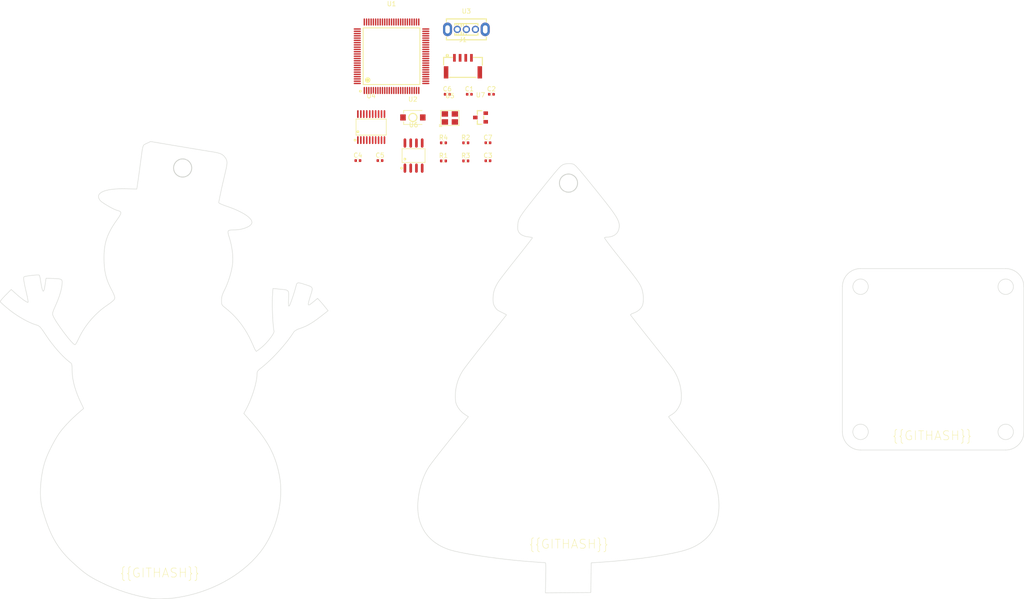
<source format=kicad_pcb>
(kicad_pcb (version 20221018) (generator pcbnew)
  (layers (0 "F.Cu" signal) (31 "B.Cu" signal) (34 "B.Paste" user) (35 "F.Paste" user) (36 "B.SilkS" user "B.Silkscreen") (37 "F.SilkS" user "F.Silkscreen") (38 "B.Mask" user) (39 "F.Mask" user) (44 "Edge.Cuts" user))
  (net 0 "")
  (net 1 "tx")
  (net 2 "rx")
  (net 3 "clkout_slash_sof")
  (net 4 "tx0rts_hash")
  (net 5 "tx1rts_hash")
  (net 6 "tx2rts_hash")
  (net 7 "can.controller-vcc")
  (net 8 "can.controller-vcc-1")
  (net 9 "can-gnd")
  (net 10 "can-vcc")
  (net 11 "can.controller-vcc-2")
  (net 12 "cs")
  (net 13 "mosi")
  (net 14 "miso")
  (net 15 "sck")
  (net 16 "can.controller-vcc-3")
  (net 17 "rx0bf_hash")
  (net 18 "rx1bf_hash")
  (net 19 "micro.switch-_1")
  (net 20 "_3")
  (net 21 "micro.switch-_2")
  (net 22 "_4")
  (net 23 "_5")
  (net 24 "micro.button-_1")
  (net 25 "micro.button-_2")
  (net 26 "canh")
  (net 27 "canl")
  (net 28 "can-vcc-1")
  (net 29 "can.transceiver-vcc")
  (net 30 "sda")
  (net 31 "micro.micro-vcc")
  (net 32 "scl")
  (net 33 "micro.micro-gnd")
  (net 34 "pe1")
  (net 35 "pe0")
  (net 36 "pb9")
  (net 37 "pb8")
  (net 38 "boot0")
  (net 39 "pb5")
  (net 40 "pb4")
  (net 41 "pb3")
  (net 42 "pd7")
  (net 43 "pd6")
  (net 44 "pd5")
  (net 45 "pd4")
  (net 46 "pd3")
  (net 47 "pd2")
  (net 48 "pd1")
  (net 49 "pd0")
  (net 50 "pc12")
  (net 51 "pc11")
  (net 52 "pc10")
  (net 53 "pa15")
  (net 54 "pa14")
  (net 55 "vcap_2")
  (net 56 "pa13")
  (net 57 "pa12")
  (net 58 "pa11")
  (net 59 "pa10")
  (net 60 "pa9")
  (net 61 "pa8")
  (net 62 "pc9")
  (net 63 "pc8")
  (net 64 "pc7")
  (net 65 "pc6")
  (net 66 "pd15")
  (net 67 "pd14")
  (net 68 "pd13")
  (net 69 "pd12")
  (net 70 "pd11")
  (net 71 "pd10")
  (net 72 "pd9")
  (net 73 "pd8")
  (net 74 "pb15")
  (net 75 "pb14")
  (net 76 "pb13")
  (net 77 "pb12")
  (net 78 "vcap_1")
  (net 79 "pb11")
  (net 80 "pb10")
  (net 81 "pe15")
  (net 82 "pe14")
  (net 83 "pe13")
  (net 84 "pe12")
  (net 85 "pe11")
  (net 86 "pe10")
  (net 87 "int4")
  (net 88 "int3")
  (net 89 "int2")
  (net 90 "int1")
  (net 91 "pb1")
  (net 92 "pb0")
  (net 93 "pc5")
  (net 94 "pc4")
  (net 95 "pa4")
  (net 96 "pa3")
  (net 97 "pa2")
  (net 98 "pa1")
  (net 99 "pa0")
  (net 100 "vdda")
  (net 101 "vref_plus")
  (net 102 "vssa")
  (net 103 "pc3")
  (net 104 "pc2")
  (net 105 "pc1")
  (net 106 "pc0")
  (net 107 "nrst")
  (net 108 "ph1")
  (net 109 "ph0")
  (net 110 "pc15")
  (net 111 "pc14")
  (net 112 "pc13")
  (net 113 "vbat")
  (net 114 "pe6")
  (net 115 "pe5")
  (net 116 "pe4")
  (net 117 "pe3")
  (net 118 "pe2")
  (footprint "lib:SW-SMD_L3.9-W3.0-P4.45" (layer "F.Cu") (at 126.92 44.47)
    (fp_text reference "U2")
    (fp_text value "")
  )
  (footprint "lib:R0402" (layer "F.Cu") (at 138.58 54.05)
    (fp_text reference "R3")
    (fp_text value "62.5mW Thick Film Resistors 50V ±100ppm/℃ ±1% 10kΩ 0402  Chip Resistor - Surface Mount ROHS")
  )
  (footprint "lib:C0402" (layer "F.Cu") (at 144.24 39.36)
    (fp_text reference "C2")
    (fp_text value "50V 9pF C0G 0402  Multilayer Ceramic Capacitors MLCC - SMD/SMT ROHS")
  )
  (footprint "lib:C0402" (layer "F.Cu") (at 134.5 39.36)
    (fp_text reference "C6")
    (fp_text value "25V 47nF X7R ±10% 0402  Multilayer Ceramic Capacitors MLCC - SMD/SMT ROHS")
  )
  (footprint "lib:LQFP-100_L14.0-W14.0-P0.50-LS16.0-BL" (layer "F.Cu") (at 122.215 30.975)
    (fp_text reference "U1")
    (fp_text value "")
  )
  (footprint "lib:TSSOP-20_L6.5-W4.4-P0.65-LS6.4-BL" (layer "F.Cu") (at 117.725 46.595)
    (fp_text reference "U4")
    (fp_text value "")
  )
  (footprint "lib:R0402" (layer "F.Cu") (at 138.58 50.06)
    (fp_text reference "R2")
    (fp_text value "62.5mW Thick Film Resistors 50V ±100ppm/℃ ±1% 4.7kΩ 0402  Chip Resistor - Surface Mount ROHS")
  )
  (footprint "lib:R0402" (layer "F.Cu") (at 133.67 54.05)
    (fp_text reference "R1")
    (fp_text value "62.5mW Thick Film Resistors 50V ±100ppm/℃ ±1% 4.7kΩ 0402  Chip Resistor - Surface Mount ROHS")
  )
  (footprint "lib:OSC-SMD_4P-L3.2-W2.5-BL" (layer "F.Cu") (at 135.08 44.58)
    (fp_text reference "U5")
    (fp_text value "")
  )
  (footprint "lib:C0402" (layer "F.Cu") (at 119.67 53.98)
    (fp_text reference "C5")
    (fp_text value "16V 100nF X7R ±10% 0402  Multilayer Ceramic Capacitors MLCC - SMD/SMT ROHS")
  )
  (footprint "lib:SW-TH_SS12D07VG4" (layer "F.Cu") (at 138.715 25.05)
    (fp_text reference "U3")
    (fp_text value "")
  )
  (footprint "lib:SOT-23_L2.9-W1.3-P1.90-LS2.4-BR" (layer "F.Cu") (at 141.835 44.48)
    (fp_text reference "U7")
    (fp_text value "")
  )
  (footprint "lib:C0402" (layer "F.Cu") (at 114.8 53.98)
    (fp_text reference "C4")
    (fp_text value "16V 100nF X7R ±10% 0402  Multilayer Ceramic Capacitors MLCC - SMD/SMT ROHS")
  )
  (footprint "lib:C0402" (layer "F.Cu") (at 143.47 54.02)
    (fp_text reference "C3")
    (fp_text value "50V 9pF C0G 0402  Multilayer Ceramic Capacitors MLCC - SMD/SMT ROHS")
  )
  (footprint "lib:C0402" (layer "F.Cu") (at 143.47 50.05)
    (fp_text reference "C7")
    (fp_text value "25V 47nF X7R ±10% 0402  Multilayer Ceramic Capacitors MLCC - SMD/SMT ROHS")
  )
  (footprint "lib:R0402" (layer "F.Cu") (at 133.67 50.06)
    (fp_text reference "R4")
    (fp_text value "62.5mW Thick Film Resistors 50V ±100ppm/℃ ±1% 120Ω 0402  Chip Resistor - Surface Mount ROHS")
  )
  (footprint "lib:SOIC-8_L4.9-W3.9-P1.27-LS6.0-BL" (layer "F.Cu") (at 127.075 52.88)
    (fp_text reference "U6")
    (fp_text value "")
  )
  (footprint "lib:CONN-SMD_4P-P1.25_SM04B-GHS-TB-LF-SN" (layer "F.Cu") (at 137.96 32.925)
    (fp_text reference "J1")
    (fp_text value "")
  )
  (footprint "lib:C0402" (layer "F.Cu") (at 139.37 39.36)
    (fp_text reference "C1")
    (fp_text value "16V 100nF X7R ±10% 0402  Multilayer Ceramic Capacitors MLCC - SMD/SMT ROHS")
  )
  (gr_circle (center 225.62 81.79) (end 227.32 81.79) (stroke (width 0.1)) (fill none) (layer "Edge.Cuts"))
  (gr_circle (center 257.62 113.79) (end 259.32 113.79) (stroke (width 0.1)) (fill none) (layer "Edge.Cuts"))
  (gr_circle (center 257.62 81.79) (end 259.32 81.79) (stroke (width 0.1)) (fill none) (layer "Edge.Cuts"))
  (gr_poly (pts (xy 75.142222 50.797022) (xy 79.756606 51.568267) (xy 82.366969 51.99203) (xy 83.019066 52.095762) (xy 83.303876 52.146979) (xy 83.563537 52.198618) (xy 83.799806 52.251323) (xy 84.01444 52.305736) (xy 84.209196 52.362498) (xy 84.385831 52.422252) (xy 84.546102 52.485641) (xy 84.691766 52.553306) (xy 84.824581 52.62589) (xy 84.946303 52.704035) (xy 85.05869 52.788383) (xy 85.163499 52.879577) (xy 85.262486 52.978258) (xy 85.357409 53.08507) (xy 85.479286 53.234958) (xy 85.586233 53.378736) (xy 85.634185 53.44915) (xy 85.678498 53.519015) (xy 85.719202 53.588656) (xy 85.75633 53.658402) (xy 85.789911 53.728576) (xy 85.819976 53.799506) (xy 85.846558 53.871517) (xy 85.869686 53.944936) (xy 85.889392 54.020089) (xy 85.905707 54.097301) (xy 85.918662 54.176899) (xy 85.928287 54.259209) (xy 85.934615 54.344557) (xy 85.937675 54.433269) (xy 85.937499 54.525672) (xy 85.934119 54.62209) (xy 85.927564 54.722851) (xy 85.917866 54.82828) (xy 85.889166 55.054449) (xy 85.848266 55.303204) (xy 85.795414 55.577155) (xy 85.730859 55.878909) (xy 85.654849 56.211077) (xy 84.878546 59.55341) (xy 84.657875 60.550977) (xy 84.450892 61.532488) (xy 84.331406 62.116419) (xy 84.229648 62.629765) (xy 84.15639 63.017063) (xy 84.122409 63.222849) (xy 84.123062 63.236814) (xy 84.127967 63.251873) (xy 84.137065 63.268001) (xy 84.150302 63.285171) (xy 84.167619 63.303357) (xy 84.188962 63.322534) (xy 84.214273 63.342674) (xy 84.243497 63.363751) (xy 84.313454 63.408613) (xy 84.398381 63.456909) (xy 84.497828 63.50843) (xy 84.611342 63.562966) (xy 84.738473 63.620306) (xy 84.878767 63.680241) (xy 85.031775 63.742561) (xy 85.197043 63.807056) (xy 85.374121 63.873515) (xy 85.562558 63.94173) (xy 85.7619 64.011489) (xy 85.971698 64.082583) (xy 86.585981 64.296029) (xy 87.172975 64.516947) (xy 87.730729 64.744054) (xy 88.257293 64.976069) (xy 88.75072 65.211708) (xy 89.209058 65.449689) (xy 89.63036 65.68873) (xy 90.012676 65.927548) (xy 90.354056 66.16486) (xy 90.652552 66.399385) (xy 90.906214 66.629839) (xy 91.113092 66.85494) (xy 91.271238 67.073405) (xy 91.378702 67.283953) (xy 91.412819 67.385857) (xy 91.433535 67.485301) (xy 91.440605 67.582123) (xy 91.433787 67.676165) (xy 91.41712 67.753004) (xy 91.390362 67.829368) (xy 91.35383 67.905131) (xy 91.307839 67.980165) (xy 91.252707 68.054343) (xy 91.188749 68.12754) (xy 91.116281 68.199626) (xy 91.03562 68.270477) (xy 90.947082 68.339964) (xy 90.850984 68.407961) (xy 90.747641 68.47434) (xy 90.637371 68.538975) (xy 90.520488 68.601739) (xy 90.39731 68.662505) (xy 90.268153 68.721145) (xy 90.133332 68.777534) (xy 89.993165 68.831543) (xy 89.847967 68.883047) (xy 89.543745 68.978027) (xy 89.223197 69.06146) (xy 88.888852 69.132329) (xy 88.54324 69.189618) (xy 88.188892 69.232313) (xy 88.009232 69.24787) (xy 87.828337 69.259397) (xy 87.646523 69.266767) (xy 87.464106 69.269854) (xy 87.202959 69.272042) (xy 86.97453 69.277492) (xy 86.777472 69.288473) (xy 86.690288 69.296746) (xy 86.610443 69.307253) (xy 86.537768 69.320276) (xy 86.472096 69.3361) (xy 86.413258 69.355009) (xy 86.361087 69.377285) (xy 86.315414 69.403211) (xy 86.276071 69.433073) (xy 86.24289 69.467154) (xy 86.215703 69.505736) (xy 86.194342 69.549103) (xy 86.178638 69.59754) (xy 86.168424 69.65133) (xy 86.163532 69.710755) (xy 86.163793 69.776101) (xy 86.169039 69.847649) (xy 86.179102 69.925685) (xy 86.193814 70.010491) (xy 86.236514 70.20155) (xy 86.295792 70.423093) (xy 86.370304 70.677389) (xy 86.458705 70.966708) (xy 86.582128 71.384478) (xy 86.694998 71.803093) (xy 86.797211 72.221567) (xy 86.888665 72.638919) (xy 86.969257 73.054166) (xy 87.038885 73.466323) (xy 87.097447 73.874409) (xy 87.144838 74.277439) (xy 87.180958 74.674432) (xy 87.205702 75.064404) (xy 87.21897 75.446371) (xy 87.220657 75.819352) (xy 87.210662 76.182361) (xy 87.188881 76.534418) (xy 87.155212 76.874538) (xy 87.109553 77.201739) (xy 86.986123 77.871628) (xy 86.830027 78.558912) (xy 86.643845 79.255662) (xy 86.430157 79.953949) (xy 86.19154 80.645848) (xy 85.930575 81.323429) (xy 85.649841 81.978766) (xy 85.351916 82.60393) (xy 85.189192 82.938586) (xy 85.118752 83.093315) (xy 85.055229 83.240939) (xy 84.998352 83.382431) (xy 84.947849 83.518761) (xy 84.903447 83.650903) (xy 84.864875 83.779828) (xy 84.831859 83.906506) (xy 84.804129 84.031911) (xy 84.781412 84.157013) (xy 84.763435 84.282785) (xy 84.749927 84.410197) (xy 84.740615 84.540223) (xy 84.735228 84.673833) (xy 84.733493 84.811999) (xy 84.736223 85.129082) (xy 84.741369 85.261496) (xy 84.750575 85.379459) (xy 84.764997 85.485194) (xy 84.774524 85.534172) (xy 84.785789 85.580928) (xy 84.798934 85.625739) (xy 84.814106 85.668884) (xy 84.831447 85.710641) (xy 84.851104 85.751288) (xy 84.873219 85.791103) (xy 84.897937 85.830364) (xy 84.925403 85.869349) (xy 84.955761 85.908337) (xy 84.989155 85.947605) (xy 85.02573 85.987432) (xy 85.109 86.069873) (xy 85.206725 86.157886) (xy 85.320061 86.253696) (xy 85.598185 86.477602) (xy 86.096863 86.886277) (xy 86.577755 87.306529) (xy 87.04138 87.739064) (xy 87.488258 88.184586) (xy 87.918909 88.6438) (xy 88.333852 89.117412) (xy 88.733607 89.606125) (xy 89.118694 90.110646) (xy 89.489632 90.631678) (xy 89.846941 91.169927) (xy 90.19114 91.726098) (xy 90.52275 92.300895) (xy 90.84229 92.895024) (xy 91.150279 93.509189) (xy 91.447237 94.144095) (xy 91.733683 94.800448) (xy 91.84059 95.047283) (xy 91.945802 95.277558) (xy 92.046625 95.486234) (xy 92.140364 95.668271) (xy 92.224324 95.818627) (xy 92.295813 95.932265) (xy 92.326039 95.973739) (xy 92.352136 96.004143) (xy 92.373767 96.022848) (xy 92.382804 96.027616) (xy 92.390597 96.029223) (xy 92.399173 96.028006) (xy 92.410522 96.024397) (xy 92.441219 96.010237) (xy 92.482045 95.987221) (xy 92.53236 95.955824) (xy 92.591521 95.916524) (xy 92.658887 95.869798) (xy 92.815666 95.755976) (xy 92.997564 95.618173) (xy 93.199447 95.460204) (xy 93.416182 95.285885) (xy 93.642634 95.099032) (xy 93.891007 94.882848) (xy 94.141366 94.648628) (xy 94.390948 94.400061) (xy 94.636991 94.140836) (xy 94.87673 93.874641) (xy 95.107403 93.605164) (xy 95.326247 93.336095) (xy 95.530498 93.071122) (xy 95.717394 92.813933) (xy 95.884171 92.568218) (xy 96.028066 92.337665) (xy 96.146316 92.125962) (xy 96.236159 91.936798) (xy 96.294829 91.773863) (xy 96.311612 91.703383) (xy 96.319566 91.640844) (xy 96.318345 91.586706) (xy 96.307605 91.54143) (xy 96.264441 91.378418) (xy 96.221593 91.121805) (xy 96.138989 90.373142) (xy 96.064068 89.386161) (xy 96.001109 88.251583) (xy 95.954389 87.060129) (xy 95.928186 85.902519) (xy 95.926777 84.869474) (xy 95.95444 84.051714) (xy 96.07471 82.177477) (xy 97.36716 82.304781) (xy 98.13507 82.379263) (xy 98.441266 82.413109) (xy 98.700599 82.449744) (xy 98.916803 82.492956) (xy 99.009898 82.518212) (xy 99.09361 82.546534) (xy 99.168406 82.578395) (xy 99.234753 82.614268) (xy 99.293117 82.654627) (xy 99.343964 82.699946) (xy 99.387763 82.750698) (xy 99.424978 82.807357) (xy 99.456076 82.870396) (xy 99.481525 82.94029) (xy 99.501791 83.017511) (xy 99.51734 83.102533) (xy 99.536155 83.297877) (xy 99.541702 83.530109) (xy 99.537716 83.803018) (xy 99.51607 84.486025) (xy 99.501811 85.019341) (xy 99.495778 85.429631) (xy 99.49953 85.727933) (xy 99.505563 85.838537) (xy 99.514626 85.925284) (xy 99.526915 85.989553) (xy 99.542625 86.032723) (xy 99.551823 86.046828) (xy 99.56195 86.056175) (xy 99.573029 86.060938) (xy 99.585085 86.061289) (xy 99.612224 86.049443) (xy 99.643564 86.022019) (xy 99.679299 85.980395) (xy 99.719623 85.925951) (xy 99.770963 85.835961) (xy 99.83738 85.6921) (xy 100.00736 85.267042) (xy 100.213404 84.699332) (xy 100.439353 84.037526) (xy 100.669049 83.330178) (xy 100.886332 82.625845) (xy 101.075044 81.973082) (xy 101.219027 81.420443) (xy 101.232451 81.367288) (xy 101.246658 81.317349) (xy 101.261814 81.270604) (xy 101.278084 81.227032) (xy 101.295634 81.186611) (xy 101.314631 81.149321) (xy 101.33524 81.115138) (xy 101.357628 81.084043) (xy 101.381959 81.056013) (xy 101.4084 81.031027) (xy 101.437117 81.009064) (xy 101.468275 80.990102) (xy 101.502041 80.974119) (xy 101.538581 80.961095) (xy 101.578059 80.951007) (xy 101.620643 80.943835) (xy 101.666497 80.939556) (xy 101.715788 80.938149) (xy 101.768682 80.939594) (xy 101.825345 80.943867) (xy 101.885942 80.950949) (xy 101.950639 80.960817) (xy 102.019603 80.97345) (xy 102.092998 80.988826) (xy 102.170992 81.006924) (xy 102.253749 81.027723) (xy 102.434219 81.077337) (xy 102.635734 81.137495) (xy 102.859622 81.208025) (xy 103.581471 81.438726) (xy 103.868146 81.535185) (xy 104.108644 81.625316) (xy 104.212356 81.669476) (xy 104.305459 81.713816) (xy 104.388264 81.758923) (xy 104.461082 81.805384) (xy 104.524226 81.853787) (xy 104.578006 81.904719) (xy 104.622735 81.958768) (xy 104.658725 82.01652) (xy 104.686285 82.078563) (xy 104.705729 82.145484) (xy 104.717368 82.217871) (xy 104.721513 82.296311) (xy 104.718476 82.381392) (xy 104.708568 82.4737) (xy 104.692102 82.573823) (xy 104.669388 82.682348) (xy 104.606464 82.926954) (xy 104.522289 83.212218) (xy 104.300158 83.92351) (xy 104.076968 84.658354) (xy 103.993442 84.95378) (xy 103.929762 85.203046) (xy 103.886777 85.407528) (xy 103.865337 85.568604) (xy 103.862962 85.633296) (xy 103.866292 85.687652) (xy 103.875434 85.731846) (xy 103.890492 85.766049) (xy 103.911574 85.790433) (xy 103.938786 85.805172) (xy 103.972234 85.810436) (xy 104.012025 85.806398) (xy 104.058263 85.79323) (xy 104.111056 85.771105) (xy 104.236732 85.700671) (xy 104.3899 85.596472) (xy 104.571411 85.459887) (xy 105.02286 85.095065) (xy 105.918216 84.355181) (xy 106.388476 84.86751) (xy 106.496975 84.987739) (xy 106.625318 85.133369) (xy 106.92254 85.478508) (xy 107.242155 85.858286) (xy 107.546176 86.22806) (xy 108.2336 87.076296) (xy 106.72333 88.254687) (xy 106.031007 88.783192) (xy 105.392025 89.245391) (xy 105.089314 89.453516) (xy 104.796071 89.647331) (xy 104.511007 89.827593) (xy 104.232833 89.995056) (xy 103.960259 90.150478) (xy 103.691998 90.294613) (xy 103.426759 90.428217) (xy 103.163254 90.552046) (xy 102.900193 90.666855) (xy 102.636288 90.773401) (xy 102.370249 90.872439) (xy 102.100787 90.964724) (xy 101.955978 91.013649) (xy 101.818902 91.062832) (xy 101.689432 91.112348) (xy 101.567439 91.162273) (xy 101.452795 91.212683) (xy 101.345371 91.263651) (xy 101.245039 91.315254) (xy 101.151671 91.367567) (xy 101.065138 91.420665) (xy 100.985313 91.474624) (xy 100.912065 91.529517) (xy 100.845269 91.585421) (xy 100.784794 91.642412) (xy 100.730512 91.700563) (xy 100.682296 91.759951) (xy 100.640017 91.82065) (xy 100.313962 92.312951) (xy 99.958065 92.82026) (xy 99.575318 93.339289) (xy 99.168711 93.866747) (xy 98.741234 94.399346) (xy 98.295878 94.933795) (xy 97.835635 95.466804) (xy 97.363494 95.995083) (xy 96.882446 96.515343) (xy 96.395482 97.024295) (xy 95.905593 97.518647) (xy 95.415769 97.995111) (xy 94.929002 98.450396) (xy 94.44828 98.881213) (xy 93.976596 99.284272) (xy 93.51694 99.656283) (xy 93.364132 99.777198) (xy 93.228349 99.887118) (xy 93.108601 99.987555) (xy 93.003899 100.080022) (xy 92.913256 100.166032) (xy 92.835682 100.247098) (xy 92.770188 100.324733) (xy 92.741662 100.362737) (xy 92.715786 100.40045) (xy 92.692435 100.438062) (xy 92.671487 100.475762) (xy 92.652817 100.513738) (xy 92.636302 100.552181) (xy 92.621819 100.591279) (xy 92.609244 100.631221) (xy 92.589322 100.714395) (xy 92.575548 100.803215) (xy 92.566934 100.899195) (xy 92.56249 101.003847) (xy 92.561229 101.118685) (xy 92.548214 101.459191) (xy 92.510172 101.840399) (xy 92.448603 102.257479) (xy 92.365007 102.705605) (xy 92.260885 103.179948) (xy 92.137739 103.675679) (xy 91.997068 104.187971) (xy 91.840373 104.711996) (xy 91.669155 105.242926) (xy 91.484915 105.775933) (xy 91.289154 106.306188) (xy 91.083372 106.828864) (xy 90.86907 107.339132) (xy 90.647749 107.832164) (xy 90.420909 108.303133) (xy 90.190051 108.74721) (xy 89.658061 109.729433) (xy 90.799319 111.025652) (xy 91.552256 111.894452) (xy 92.247519 112.726345) (xy 92.887901 113.52649) (xy 93.476195 114.300047) (xy 94.015193 115.052178) (xy 94.507688 115.788042) (xy 94.956473 116.5128) (xy 95.364341 117.231612) (xy 95.734083 117.949638) (xy 96.068493 118.672038) (xy 96.370364 119.403974) (xy 96.642488 120.150605) (xy 96.887657 120.917091) (xy 97.108665 121.708593) (xy 97.308304 122.530271) (xy 97.489367 123.387286) (xy 97.659586 124.435519) (xy 97.764545 125.512723) (xy 97.805707 126.613102) (xy 97.784533 127.73086) (xy 97.702485 128.860202) (xy 97.561026 129.995332) (xy 97.361618 131.130454) (xy 97.105722 132.259774) (xy 96.794801 133.377494) (xy 96.430316 134.47782) (xy 96.01373 135.554956) (xy 95.546505 136.603107) (xy 95.030102 137.616476) (xy 94.465984 138.589268) (xy 93.855613 139.515689) (xy 93.20045 140.389941) (xy 92.386005 141.350273) (xy 91.510226 142.273552) (xy 90.576227 143.158109) (xy 89.587122 144.002278) (xy 88.546024 144.80439) (xy 87.456048 145.562779) (xy 86.320308 146.275777) (xy 85.141916 146.941716) (xy 83.923988 147.558929) (xy 82.669636 148.125749) (xy 81.381976 148.640508) (xy 80.06412 149.101539) (xy 78.719182 149.507174) (xy 77.350277 149.855747) (xy 75.960518 150.145589) (xy 74.553019 150.375033) (xy 73.862872 150.459306) (xy 73.131633 150.525975) (xy 72.383923 150.574372) (xy 71.644361 150.603827) (xy 70.93757 150.613671) (xy 70.288169 150.603235) (xy 69.720779 150.57185) (xy 69.475532 150.548093) (xy 69.26002 150.518847) (xy 69.260051 150.518832) (xy 67.831835 150.262486) (xy 66.416949 149.953785) (xy 65.016193 149.592984) (xy 63.630368 149.180338) (xy 62.260274 148.716103) (xy 60.90671 148.200532) (xy 59.570477 147.633881) (xy 58.252375 147.016405) (xy 57.283074 146.528505) (xy 56.847829 146.298277) (xy 56.438641 146.072324) (xy 56.050351 145.846994) (xy 55.6778 145.618633) (xy 55.315827 145.383588) (xy 54.959273 145.138205) (xy 54.602979 144.87883) (xy 54.241783 144.601811) (xy 53.870528 144.303492) (xy 53.484054 143.980222) (xy 52.644807 143.244211) (xy 51.682765 142.36455) (xy 51.097036 141.804159) (xy 50.54538 141.238954) (xy 50.025658 140.665073) (xy 49.535731 140.078649) (xy 49.07346 139.475819) (xy 48.636705 138.852719) (xy 48.223328 138.205483) (xy 47.831189 137.530249) (xy 47.458149 136.823151) (xy 47.10207 136.080325) (xy 46.760812 135.297907) (xy 46.432236 134.472032) (xy 46.114202 133.598836) (xy 45.804573 132.674455) (xy 45.501208 131.695024) (xy 45.201968 130.656679) (xy 45.078569 130.147371) (xy 44.978794 129.594224) (xy 44.90231 129.00242) (xy 44.848785 128.377144) (xy 44.817886 127.723579) (xy 44.809281 127.046907) (xy 44.822637 126.352311) (xy 44.857621 125.644974) (xy 44.913901 124.93008) (xy 44.991145 124.212811) (xy 45.089019 123.498351) (xy 45.207191 122.791883) (xy 45.345328 122.098589) (xy 45.503099 121.423652) (xy 45.68017 120.772256) (xy 45.876208 120.149584) (xy 46.005143 119.787909) (xy 46.154924 119.401263) (xy 46.508073 118.570286) (xy 46.917749 117.69111) (xy 47.366047 116.79819) (xy 47.83506 115.92598) (xy 48.306883 115.108937) (xy 48.76361 114.381515) (xy 48.980717 114.062179) (xy 49.187335 113.77817) (xy 49.387433 113.519297) (xy 49.599256 113.255538) (xy 50.056372 112.715109) (xy 50.555279 112.160374) (xy 51.092575 111.594824) (xy 51.664855 111.021952) (xy 52.268718 110.445248) (xy 52.900758 109.868205) (xy 53.557574 109.294314) (xy 54.329783 108.634142) (xy 53.616031 107.110232) (xy 53.390001 106.6154) (xy 53.179365 106.128819) (xy 52.984012 105.650049) (xy 52.803829 105.178652) (xy 52.638704 104.71419) (xy 52.488525 104.256224) (xy 52.353181 103.804315) (xy 52.232559 103.358025) (xy 52.126547 102.916915) (xy 52.035034 102.480548) (xy 51.957906 102.048484) (xy 51.895053 101.620284) (xy 51.846363 101.195511) (xy 51.811722 100.773726) (xy 51.79102 100.35449) (xy 51.784144 99.937365) (xy 51.780657 99.620612) (xy 51.776007 99.482669) (xy 51.769161 99.357285) (xy 51.759927 99.243666) (xy 51.748111 99.141014) (xy 51.733519 99.048534) (xy 51.715958 98.96543) (xy 51.695233 98.890904) (xy 51.671153 98.824161) (xy 51.643523 98.764406) (xy 51.612149 98.71084) (xy 51.576839 98.662669) (xy 51.537399 98.619096) (xy 51.493635 98.579325) (xy 51.445353 98.542559) (xy 51.149902 98.324092) (xy 50.839064 98.073347) (xy 50.514896 97.792628) (xy 50.179453 97.484238) (xy 49.834791 97.150482) (xy 49.482966 96.793665) (xy 49.126033 96.41609) (xy 48.766047 96.020062) (xy 48.405065 95.607885) (xy 48.045142 95.181864) (xy 47.688333 94.744302) (xy 47.336694 94.297504) (xy 46.992281 93.843774) (xy 46.657149 93.385417) (xy 46.333354 92.924737) (xy 46.022952 92.464037) (xy 45.611719 91.844971) (xy 45.279782 91.362091) (xy 45.137757 91.165551) (xy 45.008606 90.995655) (xy 44.89001 90.849933) (xy 44.779654 90.725918) (xy 44.675221 90.621143) (xy 44.574392 90.533138) (xy 44.474852 90.459437) (xy 44.374284 90.397571) (xy 44.27037 90.345073) (xy 44.160793 90.299474) (xy 44.043237 90.258307) (xy 43.915385 90.219103) (xy 43.593888 90.117525) (xy 43.255864 89.996009) (xy 42.903268 89.855657) (xy 42.538058 89.697573) (xy 42.162189 89.522858) (xy 41.777618 89.332616) (xy 41.386301 89.127951) (xy 40.990194 88.909964) (xy 40.591254 88.679759) (xy 40.191438 88.438438) (xy 39.792701 88.187105) (xy 39.396999 87.926862) (xy 39.00629 87.658812) (xy 38.622529 87.384058) (xy 38.247673 87.103703) (xy 37.883677 86.81885) (xy 37.49456 86.502783) (xy 37.131548 86.199554) (xy 36.802586 85.916398) (xy 36.515619 85.660548) (xy 36.278593 85.439239) (xy 36.099452 85.259705) (xy 36.034071 85.187865) (xy 35.986141 85.129182) (xy 35.956654 85.08456) (xy 35.946605 85.054903) (xy 35.948192 85.042433) (xy 35.952903 85.026953) (xy 35.971384 84.987332) (xy 36.001425 84.936776) (xy 36.042403 84.876021) (xy 36.093695 84.805804) (xy 36.154681 84.726859) (xy 36.224736 84.639924) (xy 36.303239 84.545735) (xy 36.389567 84.445026) (xy 36.483097 84.338536) (xy 36.689276 84.11115) (xy 36.916796 83.869466) (xy 37.037003 83.745102) (xy 37.160678 83.619372) (xy 38.374759 82.395922) (xy 39.365809 83.301684) (xy 39.814301 83.698656) (xy 40.266196 84.075272) (xy 40.704205 84.419302) (xy 41.111041 84.718514) (xy 41.469414 84.960676) (xy 41.625024 85.056541) (xy 41.762035 85.133557) (xy 41.878286 85.190195) (xy 41.971615 85.224926) (xy 42.039863 85.236222) (xy 42.063905 85.232603) (xy 42.080867 85.222552) (xy 42.085566 85.215268) (xy 42.089233 85.203934) (xy 42.093537 85.169549) (xy 42.093921 85.120268) (xy 42.090523 85.056964) (xy 42.083485 84.98051) (xy 42.072948 84.891778) (xy 42.059051 84.79164) (xy 42.041937 84.68097) (xy 41.998614 84.43152) (xy 41.944105 84.150408) (xy 41.879534 83.844615) (xy 41.806025 83.52112) (xy 41.578977 82.541169) (xy 41.399614 81.732306) (xy 41.265507 81.079136) (xy 41.174225 80.56626) (xy 41.123338 80.17828) (xy 41.112283 80.026315) (xy 41.110416 79.899799) (xy 41.117432 79.796809) (xy 41.133029 79.71542) (xy 41.156901 79.653706) (xy 41.188746 79.609743) (xy 41.213078 79.592846) (xy 41.252556 79.575085) (xy 41.372962 79.537437) (xy 41.541984 79.497733) (xy 41.751641 79.456905) (xy 42.26094 79.37561) (xy 42.837013 79.301016) (xy 43.416018 79.240586) (xy 43.934111 79.201782) (xy 44.150364 79.192822) (xy 44.327447 79.192067) (xy 44.45738 79.20045) (xy 44.532183 79.218905) (xy 44.538527 79.223215) (xy 44.545097 79.229471) (xy 44.551878 79.23762) (xy 44.558855 79.247608) (xy 44.573336 79.272888) (xy 44.588416 79.304879) (xy 44.603974 79.343154) (xy 44.619887 79.387282) (xy 44.636031 79.436835) (xy 44.652284 79.491383) (xy 44.668525 79.550496) (xy 44.684629 79.613746) (xy 44.700475 79.680703) (xy 44.715939 79.750937) (xy 44.7309 79.82402) (xy 44.745234 79.899521) (xy 44.75882 79.977012) (xy 44.771533 80.056063) (xy 44.946351 81.130774) (xy 45.025944 81.564983) (xy 45.101061 81.931234) (xy 45.172253 82.230134) (xy 45.24007 82.462288) (xy 45.305063 82.628302) (xy 45.336673 82.686696) (xy 45.367783 82.728781) (xy 45.398463 82.754634) (xy 45.428781 82.764331) (xy 45.458807 82.757947) (xy 45.488608 82.735557) (xy 45.518254 82.697238) (xy 45.547814 82.643066) (xy 45.606951 82.487462) (xy 45.666568 82.269351) (xy 45.727218 81.98934) (xy 45.78945 81.648032) (xy 45.853816 81.246035) (xy 46.055377 79.918581) (xy 47.417926 79.96628) (xy 48.109143 79.993687) (xy 48.392021 80.009194) (xy 48.636741 80.027435) (xy 48.846051 80.049559) (xy 49.022696 80.076715) (xy 49.169424 80.110051) (xy 49.288982 80.150717) (xy 49.339431 80.174158) (xy 49.384117 80.199861) (xy 49.423385 80.227972) (xy 49.457577 80.258632) (xy 49.487036 80.291987) (xy 49.512107 80.32818) (xy 49.533132 80.367353) (xy 49.550455 80.409652) (xy 49.575367 80.504197) (xy 49.589592 80.612965) (xy 49.595876 80.737105) (xy 49.596965 80.877764) (xy 49.590289 81.099803) (xy 49.571905 81.336737) (xy 49.542029 81.587807) (xy 49.500879 81.852253) (xy 49.448672 82.129318) (xy 49.385623 82.418243) (xy 49.311951 82.718269) (xy 49.227873 83.028637) (xy 49.133604 83.34859) (xy 49.029362 83.677367) (xy 48.915364 84.014212) (xy 48.791827 84.358364) (xy 48.658967 84.709065) (xy 48.517002 85.065558) (xy 48.366148 85.427082) (xy 48.206622 85.792879) (xy 47.949769 86.374791) (xy 47.755997 86.832451) (xy 47.68104 87.021721) (xy 47.619784 87.188367) (xy 47.571537 87.335205) (xy 47.535609 87.465048) (xy 47.511311 87.580709) (xy 47.497952 87.685002) (xy 47.494842 87.78074) (xy 47.501291 87.870737) (xy 47.516609 87.957807) (xy 47.540106 88.044763) (xy 47.571091 88.134418) (xy 47.608874 88.229586) (xy 47.761079 88.551834) (xy 47.975096 88.939463) (xy 48.241913 89.380584) (xy 48.55252 89.863307) (xy 49.269066 90.905997) (xy 50.052651 91.972411) (xy 50.831193 92.967426) (xy 51.196047 93.408433) (xy 51.532609 93.795921) (xy 51.831869 94.117998) (xy 52.084818 94.362774) (xy 52.282443 94.518359) (xy 52.357694 94.558989) (xy 52.415736 94.572863) (xy 52.426811 94.571375) (xy 52.439084 94.56696) (xy 52.452509 94.559691) (xy 52.467041 94.549641) (xy 52.482633 94.536883) (xy 52.499239 94.521489) (xy 52.516813 94.503532) (xy 52.535309 94.483086) (xy 52.574881 94.435018) (xy 52.617586 94.377866) (xy 52.663055 94.312214) (xy 52.710918 94.238646) (xy 52.760808 94.157745) (xy 52.812354 94.070093) (xy 52.865187 93.976276) (xy 52.918939 93.876875) (xy 52.97324 93.772474) (xy 53.02772 93.663657) (xy 53.082012 93.551007) (xy 53.135745 93.435107) (xy 53.405424 92.869327) (xy 53.69623 92.311615) (xy 54.007442 91.76282) (xy 54.338342 91.223792) (xy 54.688208 90.695381) (xy 55.05632 90.178436) (xy 55.441958 89.673808) (xy 55.844402 89.182347) (xy 56.262932 88.704901) (xy 56.696828 88.242322) (xy 57.145369 87.795459) (xy 57.607836 87.365163) (xy 58.083508 86.952281) (xy 58.571665 86.557666) (xy 59.071586 86.182166) (xy 59.582553 85.826632) (xy 59.914962 85.598282) (xy 60.214172 85.3804) (xy 60.477869 85.17504) (xy 60.595674 85.077698) (xy 60.703732 84.984257) (xy 60.801753 84.894974) (xy 60.889447 84.810106) (xy 60.966524 84.72991) (xy 61.032694 84.654642) (xy 61.087669 84.584559) (xy 61.131158 84.519919) (xy 61.162872 84.460977) (xy 61.182521 84.407992) (xy 61.189444 84.378526) (xy 61.194656 84.347449) (xy 61.198136 84.314702) (xy 61.199864 84.280227) (xy 61.197977 84.205863) (xy 61.188829 84.123892) (xy 61.172254 84.033852) (xy 61.148084 83.935279) (xy 61.116154 83.82771) (xy 61.076297 83.71068) (xy 61.028345 83.583727) (xy 60.972134 83.446388) (xy 60.907495 83.298197) (xy 60.834263 83.138693) (xy 60.75227 82.967412) (xy 60.661351 82.783889) (xy 60.561339 82.587662) (xy 60.452067 82.378268) (xy 60.237971 81.961359) (xy 60.041673 81.555601) (xy 59.862568 81.158484) (xy 59.700049 80.767498) (xy 59.553508 80.380135) (xy 59.422339 79.993885) (xy 59.305935 79.60624) (xy 59.203689 79.21469) (xy 59.114995 78.816725) (xy 59.039245 78.409838) (xy 58.975833 77.991518) (xy 58.924151 77.559256) (xy 58.883594 77.110544) (xy 58.853553 76.642872) (xy 58.833423 76.153731) (xy 58.822596 75.640612) (xy 58.82378 75.019765) (xy 58.843433 74.425285) (xy 58.882591 73.854032) (xy 58.942291 73.302869) (xy 59.023569 72.768658) (xy 59.127459 72.248262) (xy 59.255 71.738542) (xy 59.407225 71.236361) (xy 59.585172 70.73858) (xy 59.789877 70.242062) (xy 60.022374 69.743669) (xy 60.283701 69.240263) (xy 60.574893 68.728705) (xy 60.896986 68.205859) (xy 61.251015 67.668586) (xy 61.638018 67.113749) (xy 61.84244 66.825076) (xy 62.020375 66.566593) (xy 62.17201 66.336298) (xy 62.29753 66.132187) (xy 62.397121 65.95226) (xy 62.470968 65.794512) (xy 62.498296 65.72333) (xy 62.519258 65.656942) (xy 62.533877 65.595098) (xy 62.542176 65.537547) (xy 62.544179 65.484039) (xy 62.539908 65.434323) (xy 62.529387 65.388151) (xy 62.512639 65.34527) (xy 62.489688 65.305431) (xy 62.460556 65.268384) (xy 62.425267 65.233878) (xy 62.383844 65.201662) (xy 62.33631 65.171487) (xy 62.282689 65.143103) (xy 62.157276 65.090703) (xy 62.007792 65.042459) (xy 61.834422 64.996371) (xy 61.657986 64.943069) (xy 61.445562 64.862593) (xy 61.203024 64.758325) (xy 60.93625 64.633653) (xy 60.353499 64.336631) (xy 59.744319 63.998608) (xy 59.155721 63.646664) (xy 58.634716 63.307879) (xy 58.414252 63.151884) (xy 58.228316 63.009334) (xy 58.082783 62.883614) (xy 57.983531 62.778109) (xy 57.869943 62.622242) (xy 57.777351 62.470362) (xy 57.705558 62.322559) (xy 57.654369 62.178917) (xy 57.623588 62.039526) (xy 57.613018 61.904471) (xy 57.622463 61.773839) (xy 57.651728 61.647718) (xy 57.700616 61.526195) (xy 57.768931 61.409356) (xy 57.856477 61.297289) (xy 57.963058 61.190081) (xy 58.088479 61.087819) (xy 58.232542 60.99059) (xy 58.395052 60.89848) (xy 58.575812 60.811578) (xy 58.774627 60.72997) (xy 58.991301 60.653743) (xy 59.225638 60.582984) (xy 59.477441 60.51778) (xy 59.746514 60.458218) (xy 60.032661 60.404385) (xy 60.335687 60.356369) (xy 60.655395 60.314256) (xy 60.991589 60.278134) (xy 61.344073 60.248089) (xy 61.712651 60.224208) (xy 62.097127 60.20658) (xy 62.497305 60.195289) (xy 62.912988 60.190424) (xy 63.343981 60.192072) (xy 63.790088 60.20032) (xy 66.056857 60.258219) (xy 66.273486 58.80189) (xy 66.542465 56.891029) (xy 66.884944 54.341891) (xy 67.190183 52.053843) (xy 67.248082 51.679802) (xy 67.303557 51.37005) (xy 67.359078 51.117137) (xy 67.417116 50.913616) (xy 67.48014 50.752035) (xy 67.55062 50.624945) (xy 67.631027 50.524898) (xy 67.72383 50.444442) (xy 67.831501 50.37613) (xy 67.956508 50.312512) (xy 68.268412 50.169558) (xy 69.100734 49.778315)) (stroke (width 0.1)) (fill none) (layer "Edge.Cuts"))
  (gr_arc (start 261.62 113.79) (mid 260.448427 116.618427) (end 257.62 117.79) (stroke (width 0.1)) (layer "Edge.Cuts"))
  (gr_arc (start 225.62 117.79) (mid 222.791573 116.618427) (end 221.62 113.79) (stroke (width 0.1)) (layer "Edge.Cuts"))
  (gr_line (start 261.62 113.79) (end 261.62 81.79) (stroke (width 0.1)) (layer "Edge.Cuts"))
  (gr_circle (center 161.229974 58.946031) (end 163.229974 58.946031) (stroke (width 0.2)) (fill none) (layer "Edge.Cuts"))
  (gr_line (start 221.62 81.79) (end 221.62 113.79) (stroke (width 0.1)) (layer "Edge.Cuts"))
  (gr_arc (start 257.62 77.79) (mid 260.448427 78.961573) (end 261.62 81.79) (stroke (width 0.1)) (layer "Edge.Cuts"))
  (gr_poly (pts (xy 161.429183 54.643361) (xy 161.588699 54.648976) (xy 161.743405 54.660128) (xy 161.8913 54.67685) (xy 162.030385 54.699174) (xy 162.158659 54.727132) (xy 162.274122 54.760758) (xy 162.374774 54.800082) (xy 162.418214 54.822065) (xy 162.465501 54.850416) (xy 162.517128 54.885713) (xy 162.573587 54.928531) (xy 162.702967 55.039035) (xy 162.857578 55.186538) (xy 163.041357 55.37565) (xy 163.258241 55.610981) (xy 163.512165 55.897139) (xy 163.807067 56.238735) (xy 164.146884 56.640378) (xy 164.53555 57.106678) (xy 164.977005 57.642244) (xy 165.475183 58.251687) (xy 166.657456 59.710639) (xy 168.113864 61.520411) (xy 169.490282 63.25197) (xy 170.562092 64.650979) (xy 170.993296 65.243203) (xy 171.359779 65.7732) (xy 171.665351 66.247941) (xy 171.913823 66.674396) (xy 172.109006 67.059535) (xy 172.254708 67.41033) (xy 172.354741 67.733749) (xy 172.412915 68.036764) (xy 172.433041 68.326344) (xy 172.418927 68.609461) (xy 172.374385 68.893084) (xy 172.303226 69.184183) (xy 172.274597 69.278158) (xy 172.242 69.369887) (xy 172.205507 69.459324) (xy 172.165188 69.546423) (xy 172.121114 69.631137) (xy 172.073357 69.713419) (xy 172.021987 69.793223) (xy 171.967076 69.870502) (xy 171.908694 69.945208) (xy 171.846914 70.017296) (xy 171.781806 70.08672) (xy 171.71344 70.153431) (xy 171.641889 70.217383) (xy 171.567223 70.278531) (xy 171.489513 70.336826) (xy 171.408831 70.392223) (xy 171.325247 70.444674) (xy 171.238833 70.494134) (xy 171.14966 70.540554) (xy 171.057799 70.58389) (xy 170.96332 70.624093) (xy 170.866295 70.661118) (xy 170.766796 70.694917) (xy 170.664893 70.725444) (xy 170.560657 70.752652) (xy 170.45416 70.776495) (xy 170.345472 70.796926) (xy 170.234664 70.813898) (xy 170.121809 70.827364) (xy 170.006976 70.837278) (xy 169.890237 70.843593) (xy 169.771663 70.846262) (xy 169.726607 70.847177) (xy 169.681188 70.849133) (xy 169.590479 70.855957) (xy 169.501974 70.8663) (xy 169.418107 70.879728) (xy 169.378675 70.887463) (xy 169.341315 70.895806) (xy 169.306334 70.904703) (xy 169.274034 70.9141) (xy 169.244721 70.923942) (xy 169.218699 70.934176) (xy 169.196272 70.944746) (xy 169.177745 70.955599) (xy 169.171643 70.965792) (xy 169.172154 70.983757) (xy 169.17922 71.009417) (xy 169.192785 71.042693) (xy 169.239181 71.131786) (xy 169.310885 71.250417) (xy 169.407439 71.397965) (xy 169.528385 71.573811) (xy 169.673265 71.777334) (xy 169.841623 72.007915) (xy 170.246938 72.547768) (xy 170.740668 73.18841) (xy 171.319154 73.924882) (xy 171.978732 74.752222) (xy 174.641332 78.093405) (xy 175.537111 79.246786) (xy 176.200008 80.134787) (xy 176.673118 80.816979) (xy 176.99954 81.352933) (xy 177.222371 81.802218) (xy 177.384708 82.224406) (xy 177.462833 82.472098) (xy 177.531331 82.72855) (xy 177.59016 82.991701) (xy 177.639284 83.259489) (xy 177.678662 83.529854) (xy 177.708257 83.800735) (xy 177.728028 84.070071) (xy 177.737937 84.335802) (xy 177.737946 84.595867) (xy 177.728014 84.848205) (xy 177.708104 85.090755) (xy 177.678176 85.321456) (xy 177.638191 85.538248) (xy 177.588111 85.739069) (xy 177.527896 85.92186) (xy 177.457507 86.084559) (xy 177.391656 86.207668) (xy 177.318059 86.327563) (xy 177.236853 86.444134) (xy 177.148173 86.557272) (xy 177.052156 86.666869) (xy 176.948938 86.772814) (xy 176.838657 86.874999) (xy 176.721448 86.973315) (xy 176.597448 87.067652) (xy 176.466794 87.157903) (xy 176.32962 87.243956) (xy 176.186065 87.325705) (xy 176.036265 87.403039) (xy 175.880355 87.475849) (xy 175.718473 87.544027) (xy 175.550754 87.607462) (xy 175.482045 87.632835) (xy 175.415483 87.658969) (xy 175.351405 87.685667) (xy 175.290146 87.712731) (xy 175.23204 87.739963) (xy 175.177423 87.767164) (xy 175.126631 87.794136) (xy 175.079997 87.820681) (xy 175.037859 87.846601) (xy 175.00055 87.871698) (xy 174.968407 87.895773) (xy 174.941764 87.918629) (xy 174.920956 87.940066) (xy 174.90632 87.959888) (xy 174.898189 87.977896) (xy 174.896668 87.986157) (xy 174.8969 87.993891) (xy 174.922027 88.037315) (xy 174.991394 88.135797) (xy 175.25375 88.486297) (xy 176.209258 89.720013) (xy 177.617844 91.508896) (xy 179.333926 93.666804) (xy 181.092323 95.879526) (xy 182.616098 97.817656) (xy 183.742073 99.272256) (xy 184.307071 100.034388) (xy 184.515284 100.360502) (xy 184.7117 100.694247) (xy 184.896111 101.034954) (xy 185.068309 101.381957) (xy 185.228084 101.734588) (xy 185.375229 102.092181) (xy 185.509535 102.454068) (xy 185.630794 102.819582) (xy 185.738797 103.188056) (xy 185.833335 103.558822) (xy 185.914201 103.931214) (xy 185.981186 104.304563) (xy 186.034081 104.678204) (xy 186.072678 105.051468) (xy 186.096768 105.423689) (xy 186.106143 105.794199) (xy 186.105091 106.172735) (xy 186.095928 106.491761) (xy 186.087599 106.633067) (xy 186.076394 106.764426) (xy 186.062032 106.887483) (xy 186.044229 107.003882) (xy 186.022703 107.115265) (xy 185.997171 107.223277) (xy 185.967351 107.329562) (xy 185.932961 107.435763) (xy 185.893716 107.543524) (xy 185.849336 107.654488) (xy 185.744037 107.892603) (xy 185.654537 108.079442) (xy 185.563285 108.257402) (xy 185.469989 108.426825) (xy 185.374358 108.588053) (xy 185.276102 108.741425) (xy 185.174928 108.887283) (xy 185.070547 109.025968) (xy 184.962667 109.15782) (xy 184.850997 109.283181) (xy 184.735246 109.402392) (xy 184.615122 109.515794) (xy 184.490336 109.623727) (xy 184.360596 109.726532) (xy 184.22561 109.824551) (xy 184.085088 109.918125) (xy 183.938739 110.007593) (xy 183.810996 110.084401) (xy 183.691836 110.159793) (xy 183.583867 110.231854) (xy 183.489696 110.298666) (xy 183.41193 110.358313) (xy 183.380014 110.384851) (xy 183.353176 110.408878) (xy 183.331744 110.430155) (xy 183.316042 110.448443) (xy 183.306397 110.463502) (xy 183.303947 110.469746) (xy 183.303134 110.475092) (xy 183.318272 110.503511) (xy 183.362609 110.567965) (xy 183.532916 110.797359) (xy 183.802115 111.148045) (xy 184.158269 111.604794) (xy 185.08369 112.775559) (xy 186.213672 114.187815) (xy 189.362188 118.120691) (xy 190.402126 119.447898) (xy 191.169656 120.462983) (xy 191.727633 121.251467) (xy 192.13891 121.898876) (xy 192.466342 122.490732) (xy 192.772785 123.112559) (xy 193.051147 123.726705) (xy 193.303988 124.346147) (xy 193.531154 124.969731) (xy 193.732492 125.596305) (xy 193.907848 126.224716) (xy 194.05707 126.853811) (xy 194.180003 127.482437) (xy 194.276494 128.109442) (xy 194.346391 128.733673) (xy 194.389538 129.353977) (xy 194.405784 129.969202) (xy 194.394974 130.578194) (xy 194.356955 131.1798) (xy 194.291575 131.772869) (xy 194.198678 132.356247) (xy 194.078113 132.928782) (xy 193.929544 133.476781) (xy 193.74781 134.009233) (xy 193.533455 134.525547) (xy 193.287022 135.025131) (xy 193.009057 135.507395) (xy 192.700103 135.971748) (xy 192.360704 136.4176) (xy 191.991405 136.844359) (xy 191.592749 137.251434) (xy 191.165282 137.638235) (xy 190.709547 138.004171) (xy 190.226087 138.348651) (xy 189.715449 138.671084) (xy 189.178175 138.970879) (xy 188.61481 139.247446) (xy 188.025897 139.500193) (xy 187.387382 139.730873) (xy 186.62691 139.962173) (xy 185.752713 140.192844) (xy 184.773022 140.421641) (xy 182.530085 140.868622) (xy 179.96395 141.293139) (xy 177.140466 141.685214) (xy 174.125485 142.034872) (xy 170.984858 142.332135) (xy 167.784435 142.567026) (xy 166.231372 142.664027) (xy 166.19247 145.936793) (xy 166.153667 149.209559) (xy 161.14812 149.247553) (xy 156.142551 149.285548) (xy 156.211231 145.955256) (xy 156.23825 144.264273) (xy 156.238691 143.682086) (xy 156.22939 143.24944) (xy 156.209575 142.946836) (xy 156.195482 142.838207) (xy 156.178471 142.754778) (xy 156.158445 142.69411) (xy 156.135307 142.653767) (xy 156.108961 142.631312) (xy 156.079311 142.624308) (xy 155.214992 142.57575) (xy 153.588337 142.458798) (xy 151.746032 142.31468) (xy 150.23476 142.184626) (xy 147.951424 141.950142) (xy 145.645248 141.676286) (xy 143.382545 141.373503) (xy 141.229626 141.052239) (xy 139.252805 140.722941) (xy 137.518395 140.396054) (xy 136.092708 140.082025) (xy 135.042056 139.7913) (xy 134.381421 139.556594) (xy 133.752014 139.295735) (xy 133.153989 139.00888) (xy 132.587501 138.696185) (xy 132.052705 138.357807) (xy 131.549756 137.993902) (xy 131.078809 137.604627) (xy 130.64002 137.190138) (xy 130.233542 136.750592) (xy 129.859531 136.286146) (xy 129.518141 135.796955) (xy 129.209529 135.283176) (xy 128.933847 134.744967) (xy 128.691252 134.182482) (xy 128.481899 133.59588) (xy 128.305942 132.985316) (xy 128.169056 132.349397) (xy 128.072975 131.677754) (xy 128.016707 130.975694) (xy 127.999256 130.248525) (xy 128.019631 129.501555) (xy 128.076838 128.740093) (xy 128.169883 127.969445) (xy 128.297773 127.19492) (xy 128.459515 126.421826) (xy 128.654115 125.65547) (xy 128.880581 124.901161) (xy 129.137918 124.164206) (xy 129.425134 123.449914) (xy 129.741235 122.763591) (xy 130.085228 122.110547) (xy 130.456119 121.496088) (xy 130.678839 121.176405) (xy 131.044408 120.681658) (xy 131.533542 120.036727) (xy 132.126955 119.266491) (xy 133.549488 117.449628) (xy 135.157733 115.430109) (xy 139.156955 110.449519) (xy 138.361812 109.926661) (xy 138.191303 109.808793) (xy 138.024907 109.682349) (xy 137.863136 109.547997) (xy 137.706502 109.406407) (xy 137.555518 109.258246) (xy 137.410696 109.104183) (xy 137.27255 108.944887) (xy 137.141591 108.781027) (xy 137.018333 108.613271) (xy 136.903287 108.442289) (xy 136.796967 108.268748) (xy 136.699885 108.093317) (xy 136.612554 107.916666) (xy 136.535485 107.739462) (xy 136.469192 107.562375) (xy 136.414188 107.386072) (xy 136.393025 107.303561) (xy 136.373683 107.213821) (xy 136.356172 107.117074) (xy 136.340506 107.013541) (xy 136.326696 106.903442) (xy 136.314755 106.786999) (xy 136.296527 106.535963) (xy 136.28592 106.262201) (xy 136.28303 105.96748) (xy 136.287955 105.653567) (xy 136.300792 105.32223) (xy 136.322244 104.998512) (xy 136.354436 104.675622) (xy 136.397314 104.353731) (xy 136.450821 104.033012) (xy 136.514903 103.713637) (xy 136.589505 103.395777) (xy 136.67457 103.079605) (xy 136.770045 102.765293) (xy 136.875873 102.453014) (xy 136.991999 102.142939) (xy 137.118369 101.83524) (xy 137.254926 101.53009) (xy 137.401615 101.227661) (xy 137.558383 100.928125) (xy 137.725172 100.631653) (xy 137.901927 100.338419) (xy 138.126212 100.011097) (xy 138.51292 99.483877) (xy 139.040899 98.784161) (xy 139.688993 97.939352) (xy 141.260913 95.92407) (xy 143.059451 93.657252) (xy 146.236175 89.672407) (xy 147.202546 88.449633) (xy 147.557468 87.987986) (xy 147.556054 87.984938) (xy 147.551858 87.980582) (xy 147.535398 87.968089) (xy 147.508643 87.9508) (xy 147.472146 87.929003) (xy 147.372145 87.873051) (xy 147.239832 87.802557) (xy 147.079641 87.719846) (xy 146.896006 87.62724) (xy 146.693363 87.527063) (xy 146.476146 87.421641) (xy 146.164445 87.267635) (xy 146.029652 87.197126) (xy 145.907363 87.129704) (xy 145.796428 87.064435) (xy 145.695696 87.000386) (xy 145.604016 86.936623) (xy 145.520238 86.872216) (xy 145.443212 86.806229) (xy 145.371787 86.737731) (xy 145.304812 86.665788) (xy 145.241137 86.589467) (xy 145.179611 86.507836) (xy 145.119084 86.419962) (xy 145.058406 86.324911) (xy 144.996425 86.221751) (xy 144.936178 86.116882) (xy 144.882127 86.017884) (xy 144.833953 85.923336) (xy 144.791331 85.831816) (xy 144.753942 85.741904) (xy 144.721463 85.652177) (xy 144.693573 85.561215) (xy 144.669949 85.467596) (xy 144.65027 85.3699) (xy 144.634215 85.266704) (xy 144.621462 85.156587) (xy 144.611688 85.038128) (xy 144.604572 84.909906) (xy 144.599793 84.7705) (xy 144.597029 84.618488) (xy 144.595958 84.452448) (xy 144.599628 84.195279) (xy 144.611925 83.944089) (xy 144.633095 83.698112) (xy 144.663381 83.456583) (xy 144.703029 83.218738) (xy 144.752282 82.983811) (xy 144.811387 82.751037) (xy 144.880586 82.519652) (xy 144.960125 82.28889) (xy 145.050249 82.057986) (xy 145.151202 81.826176) (xy 145.26323 81.592694) (xy 145.386575 81.356776) (xy 145.521483 81.117655) (xy 145.6682 80.874568) (xy 145.826969 80.626749) (xy 146.032392 80.333611) (xy 146.358724 79.892071) (xy 147.30702 78.650511) (xy 148.537667 77.075522) (xy 149.916477 75.340556) (xy 151.237226 73.678901) (xy 152.309769 72.303534) (xy 153.024068 71.357417) (xy 153.212489 71.090004) (xy 153.258499 71.015527) (xy 153.270084 70.983515) (xy 153.265966 70.978423) (xy 153.259854 70.973183) (xy 153.251803 70.967809) (xy 153.241867 70.96231) (xy 153.216558 70.950987) (xy 153.184364 70.939307) (xy 153.14572 70.927361) (xy 153.101062 70.915241) (xy 153.050827 70.903038) (xy 152.995449 70.890845) (xy 152.935366 70.878753) (xy 152.871013 70.866854) (xy 152.802825 70.855239) (xy 152.73124 70.844002) (xy 152.656692 70.833232) (xy 152.579618 70.823023) (xy 152.500454 70.813465) (xy 152.419635 70.804652) (xy 152.231149 70.781807) (xy 152.048915 70.752885) (xy 151.873161 70.717993) (xy 151.704112 70.677241) (xy 151.541996 70.63074) (xy 151.387039 70.578598) (xy 151.239467 70.520925) (xy 151.099507 70.457831) (xy 150.967385 70.389425) (xy 150.843329 70.315816) (xy 150.727564 70.237115) (xy 150.620318 70.153431) (xy 150.521817 70.064872) (xy 150.432287 69.97155) (xy 150.351955 69.873574) (xy 150.281047 69.771052) (xy 150.239903 69.703254) (xy 150.203083 69.636552) (xy 150.170436 69.569895) (xy 150.141808 69.502228) (xy 150.117043 69.432499) (xy 150.095989 69.359654) (xy 150.078492 69.282642) (xy 150.064398 69.200408) (xy 150.053553 69.111901) (xy 150.045804 69.016066) (xy 150.040997 68.911851) (xy 150.038978 68.798203) (xy 150.039593 68.674069) (xy 150.042688 68.538396) (xy 150.04811 68.39013) (xy 150.055705 68.22822) (xy 150.072415 67.962758) (xy 150.098332 67.715002) (xy 150.116664 67.59479) (xy 150.139604 67.475438) (xy 150.16792 67.355755) (xy 150.202381 67.234552) (xy 150.243756 67.110641) (xy 150.292814 66.982832) (xy 150.350322 66.849936) (xy 150.41705 66.710763) (xy 150.493766 66.564125) (xy 150.58124 66.408832) (xy 150.680239 66.243695) (xy 150.791532 66.067525) (xy 150.915888 65.879133) (xy 151.054076 65.677329) (xy 151.375022 65.228731) (xy 151.760519 64.712216) (xy 152.216716 64.11827) (xy 152.749763 63.437382) (xy 153.365808 62.660036) (xy 154.871494 60.777918) (xy 157.351611 57.70227) (xy 158.182147 56.694478) (xy 158.801918 55.969401) (xy 159.257611 55.474061) (xy 159.595914 55.15548) (xy 159.735634 55.045918) (xy 159.863513 54.960679) (xy 160.107097 54.83668) (xy 160.2199 54.793912) (xy 160.345893 54.756391) (xy 160.483077 54.724149) (xy 160.629452 54.697218) (xy 160.783018 54.67563) (xy 160.941774 54.659418) (xy 161.10372 54.648615) (xy 161.266857 54.643252)) (stroke (width 0.1)) (fill none) (layer "Edge.Cuts"))
  (gr_line (start 257.62 77.79) (end 225.62 77.79) (stroke (width 0.1)) (layer "Edge.Cuts"))
  (gr_arc (start 221.62 81.79) (mid 222.791573 78.961573) (end 225.62 77.79) (stroke (width 0.1)) (layer "Edge.Cuts"))
  (gr_circle (center 225.62 113.79) (end 227.32 113.79) (stroke (width 0.1)) (fill none) (layer "Edge.Cuts"))
  (gr_circle (center 76.165146 55.61107) (end 78.165146 55.61107) (stroke (width 0.2)) (fill none) (layer "Edge.Cuts"))
  (gr_line (start 225.62 117.79) (end 257.62 117.79) (stroke (width 0.1)) (layer "Edge.Cuts"))
  (gr_text "{{GITHASH}}" (at 152.4 139.7) (layer "F.SilkS") (effects (font (size 2 2) (thickness 0.1)) (justify left bottom)))
  (gr_text "{{GITHASH}}" (at 62.23 146.05) (layer "F.SilkS") (effects (font (size 2 2) (thickness 0.1)) (justify left bottom)))
  (gr_text "{{GITHASH}}" (at 232.508427 115.791573) (layer "F.SilkS") (effects (font (size 2 2) (thickness 0.1)) (justify left bottom)))
)
</source>
